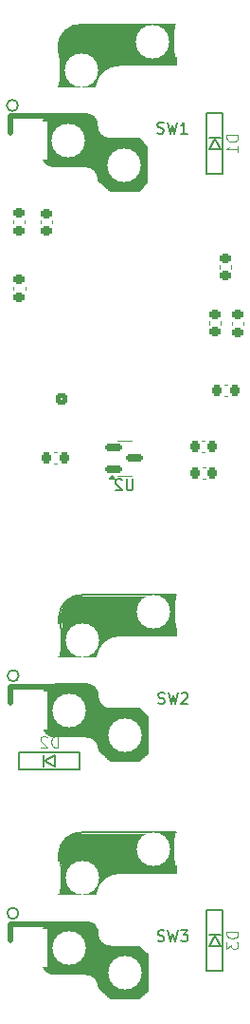
<source format=gbr>
%TF.GenerationSoftware,KiCad,Pcbnew,8.0.6*%
%TF.CreationDate,2025-11-06T23:07:29+09:00*%
%TF.ProjectId,tstick,74737469-636b-42e6-9b69-6361645f7063,rev?*%
%TF.SameCoordinates,Original*%
%TF.FileFunction,Legend,Bot*%
%TF.FilePolarity,Positive*%
%FSLAX46Y46*%
G04 Gerber Fmt 4.6, Leading zero omitted, Abs format (unit mm)*
G04 Created by KiCad (PCBNEW 8.0.6) date 2025-11-06 23:07:29*
%MOMM*%
%LPD*%
G01*
G04 APERTURE LIST*
G04 Aperture macros list*
%AMRoundRect*
0 Rectangle with rounded corners*
0 $1 Rounding radius*
0 $2 $3 $4 $5 $6 $7 $8 $9 X,Y pos of 4 corners*
0 Add a 4 corners polygon primitive as box body*
4,1,4,$2,$3,$4,$5,$6,$7,$8,$9,$2,$3,0*
0 Add four circle primitives for the rounded corners*
1,1,$1+$1,$2,$3*
1,1,$1+$1,$4,$5*
1,1,$1+$1,$6,$7*
1,1,$1+$1,$8,$9*
0 Add four rect primitives between the rounded corners*
20,1,$1+$1,$2,$3,$4,$5,0*
20,1,$1+$1,$4,$5,$6,$7,0*
20,1,$1+$1,$6,$7,$8,$9,0*
20,1,$1+$1,$8,$9,$2,$3,0*%
G04 Aperture macros list end*
%ADD10C,0.125000*%
%ADD11C,0.150000*%
%ADD12C,0.120000*%
%ADD13C,0.500000*%
%ADD14C,0.300000*%
%ADD15C,0.800000*%
%ADD16C,3.000000*%
%ADD17C,3.500000*%
%ADD18C,0.400000*%
%ADD19C,1.000000*%
%ADD20C,2.000000*%
%ADD21RoundRect,0.225000X-0.225000X-0.250000X0.225000X-0.250000X0.225000X0.250000X-0.225000X0.250000X0*%
%ADD22RoundRect,0.225000X0.250000X-0.225000X0.250000X0.225000X-0.250000X0.225000X-0.250000X-0.225000X0*%
%ADD23RoundRect,0.102000X-0.500000X-1.750000X0.500000X-1.750000X0.500000X1.750000X-0.500000X1.750000X0*%
%ADD24O,1.300000X1.000000*%
%ADD25R,3.200000X2.500000*%
%ADD26R,1.397000X1.397000*%
%ADD27R,0.950000X1.300000*%
%ADD28C,1.397000*%
%ADD29C,2.200000*%
%ADD30O,2.750000X1.800000*%
%ADD31C,1.500000*%
%ADD32C,1.700000*%
%ADD33C,3.000000*%
%ADD34C,4.800000*%
%ADD35C,1.000000*%
%ADD36R,3.000000X3.500000*%
%ADD37R,3.300000X3.000000*%
%ADD38RoundRect,0.150000X-0.587500X-0.150000X0.587500X-0.150000X0.587500X0.150000X-0.587500X0.150000X0*%
%ADD39R,1.300000X0.950000*%
%ADD40RoundRect,0.250000X0.300000X-0.300000X0.300000X0.300000X-0.300000X0.300000X-0.300000X-0.300000X0*%
%ADD41C,1.100000*%
G04 APERTURE END LIST*
D10*
X110086119Y-72261905D02*
X109086119Y-72261905D01*
X109086119Y-72261905D02*
X109086119Y-72500000D01*
X109086119Y-72500000D02*
X109133738Y-72642857D01*
X109133738Y-72642857D02*
X109228976Y-72738095D01*
X109228976Y-72738095D02*
X109324214Y-72785714D01*
X109324214Y-72785714D02*
X109514690Y-72833333D01*
X109514690Y-72833333D02*
X109657547Y-72833333D01*
X109657547Y-72833333D02*
X109848023Y-72785714D01*
X109848023Y-72785714D02*
X109943261Y-72738095D01*
X109943261Y-72738095D02*
X110038500Y-72642857D01*
X110038500Y-72642857D02*
X110086119Y-72500000D01*
X110086119Y-72500000D02*
X110086119Y-72261905D01*
X110086119Y-73785714D02*
X110086119Y-73214286D01*
X110086119Y-73500000D02*
X109086119Y-73500000D01*
X109086119Y-73500000D02*
X109228976Y-73404762D01*
X109228976Y-73404762D02*
X109324214Y-73309524D01*
X109324214Y-73309524D02*
X109371833Y-73214286D01*
D11*
X102930867Y-144057200D02*
X103073724Y-144104819D01*
X103073724Y-144104819D02*
X103311819Y-144104819D01*
X103311819Y-144104819D02*
X103407057Y-144057200D01*
X103407057Y-144057200D02*
X103454676Y-144009580D01*
X103454676Y-144009580D02*
X103502295Y-143914342D01*
X103502295Y-143914342D02*
X103502295Y-143819104D01*
X103502295Y-143819104D02*
X103454676Y-143723866D01*
X103454676Y-143723866D02*
X103407057Y-143676247D01*
X103407057Y-143676247D02*
X103311819Y-143628628D01*
X103311819Y-143628628D02*
X103121343Y-143581009D01*
X103121343Y-143581009D02*
X103026105Y-143533390D01*
X103026105Y-143533390D02*
X102978486Y-143485771D01*
X102978486Y-143485771D02*
X102930867Y-143390533D01*
X102930867Y-143390533D02*
X102930867Y-143295295D01*
X102930867Y-143295295D02*
X102978486Y-143200057D01*
X102978486Y-143200057D02*
X103026105Y-143152438D01*
X103026105Y-143152438D02*
X103121343Y-143104819D01*
X103121343Y-143104819D02*
X103359438Y-143104819D01*
X103359438Y-143104819D02*
X103502295Y-143152438D01*
X103835629Y-143104819D02*
X104073724Y-144104819D01*
X104073724Y-144104819D02*
X104264200Y-143390533D01*
X104264200Y-143390533D02*
X104454676Y-144104819D01*
X104454676Y-144104819D02*
X104692772Y-143104819D01*
X104978486Y-143104819D02*
X105597533Y-143104819D01*
X105597533Y-143104819D02*
X105264200Y-143485771D01*
X105264200Y-143485771D02*
X105407057Y-143485771D01*
X105407057Y-143485771D02*
X105502295Y-143533390D01*
X105502295Y-143533390D02*
X105549914Y-143581009D01*
X105549914Y-143581009D02*
X105597533Y-143676247D01*
X105597533Y-143676247D02*
X105597533Y-143914342D01*
X105597533Y-143914342D02*
X105549914Y-144009580D01*
X105549914Y-144009580D02*
X105502295Y-144057200D01*
X105502295Y-144057200D02*
X105407057Y-144104819D01*
X105407057Y-144104819D02*
X105121343Y-144104819D01*
X105121343Y-144104819D02*
X105026105Y-144057200D01*
X105026105Y-144057200D02*
X104978486Y-144009580D01*
X100699404Y-102904819D02*
X100699404Y-103714342D01*
X100699404Y-103714342D02*
X100651785Y-103809580D01*
X100651785Y-103809580D02*
X100604166Y-103857200D01*
X100604166Y-103857200D02*
X100508928Y-103904819D01*
X100508928Y-103904819D02*
X100318452Y-103904819D01*
X100318452Y-103904819D02*
X100223214Y-103857200D01*
X100223214Y-103857200D02*
X100175595Y-103809580D01*
X100175595Y-103809580D02*
X100127976Y-103714342D01*
X100127976Y-103714342D02*
X100127976Y-102904819D01*
X99699404Y-103000057D02*
X99651785Y-102952438D01*
X99651785Y-102952438D02*
X99556547Y-102904819D01*
X99556547Y-102904819D02*
X99318452Y-102904819D01*
X99318452Y-102904819D02*
X99223214Y-102952438D01*
X99223214Y-102952438D02*
X99175595Y-103000057D01*
X99175595Y-103000057D02*
X99127976Y-103095295D01*
X99127976Y-103095295D02*
X99127976Y-103190533D01*
X99127976Y-103190533D02*
X99175595Y-103333390D01*
X99175595Y-103333390D02*
X99747023Y-103904819D01*
X99747023Y-103904819D02*
X99127976Y-103904819D01*
D10*
X93963094Y-126826119D02*
X93963094Y-125826119D01*
X93963094Y-125826119D02*
X93724999Y-125826119D01*
X93724999Y-125826119D02*
X93582142Y-125873738D01*
X93582142Y-125873738D02*
X93486904Y-125968976D01*
X93486904Y-125968976D02*
X93439285Y-126064214D01*
X93439285Y-126064214D02*
X93391666Y-126254690D01*
X93391666Y-126254690D02*
X93391666Y-126397547D01*
X93391666Y-126397547D02*
X93439285Y-126588023D01*
X93439285Y-126588023D02*
X93486904Y-126683261D01*
X93486904Y-126683261D02*
X93582142Y-126778500D01*
X93582142Y-126778500D02*
X93724999Y-126826119D01*
X93724999Y-126826119D02*
X93963094Y-126826119D01*
X93010713Y-125921357D02*
X92963094Y-125873738D01*
X92963094Y-125873738D02*
X92867856Y-125826119D01*
X92867856Y-125826119D02*
X92629761Y-125826119D01*
X92629761Y-125826119D02*
X92534523Y-125873738D01*
X92534523Y-125873738D02*
X92486904Y-125921357D01*
X92486904Y-125921357D02*
X92439285Y-126016595D01*
X92439285Y-126016595D02*
X92439285Y-126111833D01*
X92439285Y-126111833D02*
X92486904Y-126254690D01*
X92486904Y-126254690D02*
X93058332Y-126826119D01*
X93058332Y-126826119D02*
X92439285Y-126826119D01*
D11*
X102952290Y-122888543D02*
X103095147Y-122936162D01*
X103095147Y-122936162D02*
X103333242Y-122936162D01*
X103333242Y-122936162D02*
X103428480Y-122888543D01*
X103428480Y-122888543D02*
X103476099Y-122840923D01*
X103476099Y-122840923D02*
X103523718Y-122745685D01*
X103523718Y-122745685D02*
X103523718Y-122650447D01*
X103523718Y-122650447D02*
X103476099Y-122555209D01*
X103476099Y-122555209D02*
X103428480Y-122507590D01*
X103428480Y-122507590D02*
X103333242Y-122459971D01*
X103333242Y-122459971D02*
X103142766Y-122412352D01*
X103142766Y-122412352D02*
X103047528Y-122364733D01*
X103047528Y-122364733D02*
X102999909Y-122317114D01*
X102999909Y-122317114D02*
X102952290Y-122221876D01*
X102952290Y-122221876D02*
X102952290Y-122126638D01*
X102952290Y-122126638D02*
X102999909Y-122031400D01*
X102999909Y-122031400D02*
X103047528Y-121983781D01*
X103047528Y-121983781D02*
X103142766Y-121936162D01*
X103142766Y-121936162D02*
X103380861Y-121936162D01*
X103380861Y-121936162D02*
X103523718Y-121983781D01*
X103857052Y-121936162D02*
X104095147Y-122936162D01*
X104095147Y-122936162D02*
X104285623Y-122221876D01*
X104285623Y-122221876D02*
X104476099Y-122936162D01*
X104476099Y-122936162D02*
X104714195Y-121936162D01*
X105047528Y-122031400D02*
X105095147Y-121983781D01*
X105095147Y-121983781D02*
X105190385Y-121936162D01*
X105190385Y-121936162D02*
X105428480Y-121936162D01*
X105428480Y-121936162D02*
X105523718Y-121983781D01*
X105523718Y-121983781D02*
X105571337Y-122031400D01*
X105571337Y-122031400D02*
X105618956Y-122126638D01*
X105618956Y-122126638D02*
X105618956Y-122221876D01*
X105618956Y-122221876D02*
X105571337Y-122364733D01*
X105571337Y-122364733D02*
X104999909Y-122936162D01*
X104999909Y-122936162D02*
X105618956Y-122936162D01*
D10*
X110086119Y-143261905D02*
X109086119Y-143261905D01*
X109086119Y-143261905D02*
X109086119Y-143500000D01*
X109086119Y-143500000D02*
X109133738Y-143642857D01*
X109133738Y-143642857D02*
X109228976Y-143738095D01*
X109228976Y-143738095D02*
X109324214Y-143785714D01*
X109324214Y-143785714D02*
X109514690Y-143833333D01*
X109514690Y-143833333D02*
X109657547Y-143833333D01*
X109657547Y-143833333D02*
X109848023Y-143785714D01*
X109848023Y-143785714D02*
X109943261Y-143738095D01*
X109943261Y-143738095D02*
X110038500Y-143642857D01*
X110038500Y-143642857D02*
X110086119Y-143500000D01*
X110086119Y-143500000D02*
X110086119Y-143261905D01*
X109086119Y-144166667D02*
X109086119Y-144785714D01*
X109086119Y-144785714D02*
X109467071Y-144452381D01*
X109467071Y-144452381D02*
X109467071Y-144595238D01*
X109467071Y-144595238D02*
X109514690Y-144690476D01*
X109514690Y-144690476D02*
X109562309Y-144738095D01*
X109562309Y-144738095D02*
X109657547Y-144785714D01*
X109657547Y-144785714D02*
X109895642Y-144785714D01*
X109895642Y-144785714D02*
X109990880Y-144738095D01*
X109990880Y-144738095D02*
X110038500Y-144690476D01*
X110038500Y-144690476D02*
X110086119Y-144595238D01*
X110086119Y-144595238D02*
X110086119Y-144309524D01*
X110086119Y-144309524D02*
X110038500Y-144214286D01*
X110038500Y-144214286D02*
X109990880Y-144166667D01*
D11*
X102886667Y-72057200D02*
X103029524Y-72104819D01*
X103029524Y-72104819D02*
X103267619Y-72104819D01*
X103267619Y-72104819D02*
X103362857Y-72057200D01*
X103362857Y-72057200D02*
X103410476Y-72009580D01*
X103410476Y-72009580D02*
X103458095Y-71914342D01*
X103458095Y-71914342D02*
X103458095Y-71819104D01*
X103458095Y-71819104D02*
X103410476Y-71723866D01*
X103410476Y-71723866D02*
X103362857Y-71676247D01*
X103362857Y-71676247D02*
X103267619Y-71628628D01*
X103267619Y-71628628D02*
X103077143Y-71581009D01*
X103077143Y-71581009D02*
X102981905Y-71533390D01*
X102981905Y-71533390D02*
X102934286Y-71485771D01*
X102934286Y-71485771D02*
X102886667Y-71390533D01*
X102886667Y-71390533D02*
X102886667Y-71295295D01*
X102886667Y-71295295D02*
X102934286Y-71200057D01*
X102934286Y-71200057D02*
X102981905Y-71152438D01*
X102981905Y-71152438D02*
X103077143Y-71104819D01*
X103077143Y-71104819D02*
X103315238Y-71104819D01*
X103315238Y-71104819D02*
X103458095Y-71152438D01*
X103791429Y-71104819D02*
X104029524Y-72104819D01*
X104029524Y-72104819D02*
X104220000Y-71390533D01*
X104220000Y-71390533D02*
X104410476Y-72104819D01*
X104410476Y-72104819D02*
X104648572Y-71104819D01*
X105553333Y-72104819D02*
X104981905Y-72104819D01*
X105267619Y-72104819D02*
X105267619Y-71104819D01*
X105267619Y-71104819D02*
X105172381Y-71247676D01*
X105172381Y-71247676D02*
X105077143Y-71342914D01*
X105077143Y-71342914D02*
X104981905Y-71390533D01*
D12*
%TO.C,C9*%
X107174880Y-102909600D02*
X106893720Y-102909600D01*
X107174880Y-101889600D02*
X106893720Y-101889600D01*
%TO.C,C7*%
X110553900Y-88888520D02*
X110553900Y-89169680D01*
X109533900Y-88888520D02*
X109533900Y-89169680D01*
%TO.C,C5*%
X93510000Y-79859420D02*
X93510000Y-80140580D01*
X92490000Y-79859420D02*
X92490000Y-80140580D01*
%TO.C,C8*%
X109140580Y-95510000D02*
X108859420Y-95510000D01*
X109140580Y-94490000D02*
X108859420Y-94490000D01*
%TO.C,R1*%
X90037600Y-85758220D02*
X90037600Y-86039380D01*
X91057600Y-85758220D02*
X91057600Y-86039380D01*
%TO.C,C2*%
X107140580Y-99490000D02*
X106859420Y-99490000D01*
X107140580Y-100510000D02*
X106859420Y-100510000D01*
%TO.C,C1*%
X93915580Y-101510000D02*
X93634420Y-101510000D01*
X93915580Y-100490000D02*
X93634420Y-100490000D01*
%TO.C,C6*%
X107490000Y-88859420D02*
X107490000Y-89140580D01*
X108510000Y-88859420D02*
X108510000Y-89140580D01*
%TO.C,C3*%
X109510000Y-83859420D02*
X109510000Y-84140580D01*
X108490000Y-83859420D02*
X108490000Y-84140580D01*
%TO.C,C4*%
X90976900Y-79845420D02*
X90976900Y-80126580D01*
X89956900Y-79845420D02*
X89956900Y-80126580D01*
D11*
%TO.C,D1*%
X107250000Y-70300000D02*
X107250000Y-75700000D01*
X107250000Y-75700000D02*
X108750000Y-75700000D01*
X107500000Y-73500000D02*
X108000000Y-72600000D01*
X108000000Y-72600000D02*
X108500000Y-73500000D01*
X108500000Y-72500000D02*
X107500000Y-72500000D01*
X108500000Y-73500000D02*
X107500000Y-73500000D01*
X108750000Y-70300000D02*
X107250000Y-70300000D01*
X108750000Y-75700000D02*
X108750000Y-70300000D01*
D13*
%TO.C,SW3*%
X89764200Y-142555000D02*
X94164200Y-142555000D01*
X89764200Y-144055000D02*
X89764200Y-142555000D01*
D11*
X92659200Y-146025000D02*
X92659200Y-143375000D01*
X92814200Y-142850000D02*
X92814200Y-146530000D01*
X92964200Y-142730000D02*
X92964200Y-146700000D01*
X93114200Y-142700000D02*
X93114200Y-146840000D01*
X93264200Y-142800000D02*
X93264200Y-146920000D01*
X93414200Y-142650000D02*
X93414200Y-146970000D01*
X93564200Y-142500000D02*
X93564200Y-147010000D01*
X93689200Y-142375000D02*
X96652996Y-142375000D01*
X93689200Y-147025000D02*
X96489200Y-147025000D01*
X93714200Y-142400000D02*
X93714200Y-147000000D01*
X93864200Y-142400000D02*
X93864200Y-147000000D01*
X94014200Y-142400000D02*
X94014200Y-147000000D01*
X94064200Y-137300000D02*
X94064200Y-136300000D01*
X94064200Y-139540000D02*
X94064200Y-139900000D01*
X94064200Y-139540000D02*
X94264200Y-139540000D01*
D14*
X94164200Y-136300000D02*
X94164200Y-137199999D01*
D11*
X94164200Y-142400000D02*
X94164200Y-147000000D01*
X94264200Y-137300000D02*
X94064200Y-137300000D01*
X94294200Y-139540000D02*
X94294200Y-137300000D01*
X94314200Y-142400000D02*
X94314200Y-147000000D01*
X94464200Y-142400000D02*
X94464200Y-147000000D01*
X94614200Y-142400000D02*
X94614200Y-147000000D01*
D15*
X94664200Y-137600001D02*
X94664200Y-139400000D01*
D11*
X94764200Y-142400000D02*
X94764200Y-147000000D01*
X94914200Y-142400000D02*
X94914200Y-147000000D01*
X95064200Y-142400000D02*
X95064200Y-147000000D01*
X95214200Y-142400000D02*
X95214200Y-147000000D01*
X95364200Y-142400000D02*
X95364200Y-147000000D01*
X95514200Y-142400000D02*
X95514200Y-147000000D01*
X95664200Y-142400000D02*
X95664200Y-147000000D01*
D16*
X95794200Y-138140000D02*
X95794200Y-135900000D01*
D11*
X95814200Y-142450000D02*
X95814200Y-147000000D01*
D17*
X95864200Y-136200000D02*
X102564200Y-136200000D01*
D11*
X95964200Y-142400000D02*
X95964200Y-147020000D01*
X96114200Y-142400000D02*
X96114200Y-147010000D01*
X96164199Y-134400000D02*
X104564200Y-134400000D01*
X96264200Y-142450000D02*
X96264200Y-147000000D01*
X96414200Y-142390000D02*
X96414200Y-147020000D01*
X96564200Y-142380000D02*
X96564200Y-147020000D01*
X96714200Y-142400000D02*
X96714200Y-147040000D01*
X96864200Y-142430000D02*
X96864200Y-147070000D01*
D13*
X96964200Y-139700000D02*
X94264200Y-139700000D01*
D11*
X97014200Y-142480000D02*
X97014200Y-147140000D01*
X97164200Y-142560000D02*
X97164200Y-147230000D01*
X97314200Y-142750000D02*
X97314200Y-147320000D01*
X97344200Y-139900000D02*
X94064200Y-139900000D01*
X97464200Y-142950000D02*
X97454200Y-147500000D01*
X97514200Y-143076887D02*
X97514200Y-143400000D01*
X97564200Y-143900000D02*
X97564200Y-147730000D01*
X97664200Y-144050000D02*
X97664200Y-148280000D01*
X97764200Y-144250000D02*
X97764200Y-148270000D01*
X97764200Y-144400000D02*
X97764200Y-148360000D01*
X97864200Y-144350000D02*
X97864200Y-148350000D01*
X97864200Y-144450000D02*
X97874200Y-148450000D01*
X98014200Y-144400000D02*
X98014200Y-148580000D01*
X98164200Y-144500000D02*
X98164200Y-148700000D01*
X98314200Y-144550000D02*
X98314200Y-148850000D01*
X98464200Y-144600000D02*
X98464200Y-148980000D01*
X98614200Y-144650000D02*
X98614200Y-149110000D01*
X98689200Y-144575000D02*
X101264200Y-144575000D01*
X98739200Y-149225000D02*
X97664200Y-148280000D01*
X98739200Y-149225000D02*
X101264200Y-149225000D01*
X98764200Y-144600000D02*
X98764200Y-149200000D01*
X98854200Y-144600000D02*
X98854200Y-149200000D01*
X98964200Y-144600000D02*
X98964200Y-149200000D01*
X99114200Y-144600000D02*
X99114200Y-149200000D01*
X99264200Y-144600000D02*
X99264200Y-149200000D01*
X99414200Y-144600000D02*
X99414200Y-149200000D01*
X99564200Y-144600000D02*
X99564200Y-149200000D01*
X99714200Y-144600000D02*
X99714200Y-149200000D01*
X99864200Y-144600000D02*
X99864200Y-149200000D01*
X100014200Y-144600000D02*
X100014200Y-149200000D01*
X100164200Y-144600000D02*
X100164200Y-149200000D01*
X100314200Y-144600000D02*
X100314200Y-149200000D01*
X100464200Y-144600000D02*
X100464200Y-149200000D01*
X100614200Y-144600000D02*
X100614200Y-149200000D01*
X100764200Y-144600000D02*
X100764200Y-149200000D01*
X100914200Y-144600000D02*
X100914200Y-149200000D01*
X101064200Y-144600000D02*
X101064200Y-149200000D01*
X101214200Y-144600000D02*
X101214200Y-149200000D01*
X101264200Y-144575000D02*
X102264200Y-145575000D01*
X101264200Y-149225000D02*
X102264200Y-148225000D01*
X101364200Y-144700000D02*
X101364200Y-149090000D01*
X101514200Y-144830000D02*
X101514200Y-148950000D01*
X101664200Y-144990000D02*
X101664200Y-148820000D01*
X101814200Y-145130000D02*
X101814200Y-148660000D01*
X101914200Y-145230000D02*
X101914200Y-148560000D01*
X102014200Y-145330000D02*
X102014200Y-148450000D01*
X102114200Y-145440000D02*
X102114200Y-148370000D01*
X102264200Y-148225000D02*
X102264200Y-145575000D01*
D13*
X102864200Y-137700000D02*
X104264200Y-137700000D01*
D18*
X102964200Y-134600000D02*
X104364200Y-134600000D01*
D19*
X103864200Y-137500000D02*
X103864200Y-135000000D01*
D11*
X104344200Y-134750000D02*
X104344200Y-137000000D01*
X104364200Y-137000000D02*
X104564200Y-137000000D01*
D18*
X104364200Y-137800000D02*
X104364200Y-137100000D01*
D11*
X104564200Y-134400000D02*
X104564200Y-134750000D01*
X104564200Y-134750000D02*
X104364200Y-134750000D01*
X104564200Y-137000000D02*
X104564200Y-138000000D01*
X104564200Y-138000000D02*
X99564200Y-138000000D01*
X92659200Y-143375000D02*
G75*
G02*
X93659200Y-142375000I999999J1D01*
G01*
X93659200Y-147025000D02*
G75*
G02*
X92659200Y-146025000I-1J999999D01*
G01*
X94064200Y-136300001D02*
G75*
G02*
X96164199Y-134399999I1999999J-99997D01*
G01*
X96489200Y-147025000D02*
G75*
G02*
X97664200Y-148200000I-2J-1175002D01*
G01*
X96652996Y-142375000D02*
G75*
G02*
X97514200Y-143076887I-38794J-926885D01*
G01*
D19*
X96947882Y-139478529D02*
G75*
G02*
X99164200Y-137600000I2151317J-291470D01*
G01*
D11*
X97347882Y-139878529D02*
G75*
G02*
X99564200Y-138000000I2151317J-291470D01*
G01*
X98689200Y-144575000D02*
G75*
G02*
X97514200Y-143400000I2J1175002D01*
G01*
X90464200Y-141600000D02*
G75*
G02*
X89464200Y-141600000I-500000J0D01*
G01*
X89464200Y-141600000D02*
G75*
G02*
X90464200Y-141600000I500000J0D01*
G01*
D12*
%TO.C,U2*%
X99287500Y-102610000D02*
X99937500Y-102610000D01*
X100587500Y-102610000D02*
X99937500Y-102610000D01*
X99287500Y-99490000D02*
X99937500Y-99490000D01*
X100587500Y-99490000D02*
X99937500Y-99490000D01*
X99015000Y-102890000D02*
X98535000Y-102890000D01*
X98775000Y-102560000D01*
X99015000Y-102890000D01*
G36*
X99015000Y-102890000D02*
G01*
X98535000Y-102890000D01*
X98775000Y-102560000D01*
X99015000Y-102890000D01*
G37*
D11*
%TO.C,D2*%
X90525000Y-127250000D02*
X90525000Y-128750000D01*
X90525000Y-128750000D02*
X95925000Y-128750000D01*
X92725000Y-127500000D02*
X92725000Y-128500000D01*
X92825000Y-128000000D02*
X93725000Y-127500000D01*
X93725000Y-127500000D02*
X93725000Y-128500000D01*
X93725000Y-128500000D02*
X92825000Y-128000000D01*
X95925000Y-127250000D02*
X90525000Y-127250000D01*
X95925000Y-128750000D02*
X95925000Y-127250000D01*
D13*
%TO.C,SW2*%
X89785623Y-121386343D02*
X94185623Y-121386343D01*
X89785623Y-122886343D02*
X89785623Y-121386343D01*
D11*
X92680623Y-124856343D02*
X92680623Y-122206343D01*
X92835623Y-121681343D02*
X92835623Y-125361343D01*
X92985623Y-121561343D02*
X92985623Y-125531343D01*
X93135623Y-121531343D02*
X93135623Y-125671343D01*
X93285623Y-121631343D02*
X93285623Y-125751343D01*
X93435623Y-121481343D02*
X93435623Y-125801343D01*
X93585623Y-121331343D02*
X93585623Y-125841343D01*
X93710623Y-121206343D02*
X96674419Y-121206343D01*
X93710623Y-125856343D02*
X96510623Y-125856343D01*
X93735623Y-121231343D02*
X93735623Y-125831343D01*
X93885623Y-121231343D02*
X93885623Y-125831343D01*
X94035623Y-121231343D02*
X94035623Y-125831343D01*
X94085623Y-116131343D02*
X94085623Y-115131343D01*
X94085623Y-118371343D02*
X94085623Y-118731343D01*
X94085623Y-118371343D02*
X94285623Y-118371343D01*
D14*
X94185623Y-115131343D02*
X94185623Y-116031342D01*
D11*
X94185623Y-121231343D02*
X94185623Y-125831343D01*
X94285623Y-116131343D02*
X94085623Y-116131343D01*
X94315623Y-118371343D02*
X94315623Y-116131343D01*
X94335623Y-121231343D02*
X94335623Y-125831343D01*
X94485623Y-121231343D02*
X94485623Y-125831343D01*
X94635623Y-121231343D02*
X94635623Y-125831343D01*
D15*
X94685623Y-116431344D02*
X94685623Y-118231343D01*
D11*
X94785623Y-121231343D02*
X94785623Y-125831343D01*
X94935623Y-121231343D02*
X94935623Y-125831343D01*
X95085623Y-121231343D02*
X95085623Y-125831343D01*
X95235623Y-121231343D02*
X95235623Y-125831343D01*
X95385623Y-121231343D02*
X95385623Y-125831343D01*
X95535623Y-121231343D02*
X95535623Y-125831343D01*
X95685623Y-121231343D02*
X95685623Y-125831343D01*
D16*
X95815623Y-116971343D02*
X95815623Y-114731343D01*
D11*
X95835623Y-121281343D02*
X95835623Y-125831343D01*
D17*
X95885623Y-115031343D02*
X102585623Y-115031343D01*
D11*
X95985623Y-121231343D02*
X95985623Y-125851343D01*
X96135623Y-121231343D02*
X96135623Y-125841343D01*
X96185622Y-113231343D02*
X104585623Y-113231343D01*
X96285623Y-121281343D02*
X96285623Y-125831343D01*
X96435623Y-121221343D02*
X96435623Y-125851343D01*
X96585623Y-121211343D02*
X96585623Y-125851343D01*
X96735623Y-121231343D02*
X96735623Y-125871343D01*
X96885623Y-121261343D02*
X96885623Y-125901343D01*
D13*
X96985623Y-118531343D02*
X94285623Y-118531343D01*
D11*
X97035623Y-121311343D02*
X97035623Y-125971343D01*
X97185623Y-121391343D02*
X97185623Y-126061343D01*
X97335623Y-121581343D02*
X97335623Y-126151343D01*
X97365623Y-118731343D02*
X94085623Y-118731343D01*
X97485623Y-121781343D02*
X97475623Y-126331343D01*
X97535623Y-121908230D02*
X97535623Y-122231343D01*
X97585623Y-122731343D02*
X97585623Y-126561343D01*
X97685623Y-122881343D02*
X97685623Y-127111343D01*
X97785623Y-123081343D02*
X97785623Y-127101343D01*
X97785623Y-123231343D02*
X97785623Y-127191343D01*
X97885623Y-123181343D02*
X97885623Y-127181343D01*
X97885623Y-123281343D02*
X97895623Y-127281343D01*
X98035623Y-123231343D02*
X98035623Y-127411343D01*
X98185623Y-123331343D02*
X98185623Y-127531343D01*
X98335623Y-123381343D02*
X98335623Y-127681343D01*
X98485623Y-123431343D02*
X98485623Y-127811343D01*
X98635623Y-123481343D02*
X98635623Y-127941343D01*
X98710623Y-123406343D02*
X101285623Y-123406343D01*
X98760623Y-128056343D02*
X97685623Y-127111343D01*
X98760623Y-128056343D02*
X101285623Y-128056343D01*
X98785623Y-123431343D02*
X98785623Y-128031343D01*
X98875623Y-123431343D02*
X98875623Y-128031343D01*
X98985623Y-123431343D02*
X98985623Y-128031343D01*
X99135623Y-123431343D02*
X99135623Y-128031343D01*
X99285623Y-123431343D02*
X99285623Y-128031343D01*
X99435623Y-123431343D02*
X99435623Y-128031343D01*
X99585623Y-123431343D02*
X99585623Y-128031343D01*
X99735623Y-123431343D02*
X99735623Y-128031343D01*
X99885623Y-123431343D02*
X99885623Y-128031343D01*
X100035623Y-123431343D02*
X100035623Y-128031343D01*
X100185623Y-123431343D02*
X100185623Y-128031343D01*
X100335623Y-123431343D02*
X100335623Y-128031343D01*
X100485623Y-123431343D02*
X100485623Y-128031343D01*
X100635623Y-123431343D02*
X100635623Y-128031343D01*
X100785623Y-123431343D02*
X100785623Y-128031343D01*
X100935623Y-123431343D02*
X100935623Y-128031343D01*
X101085623Y-123431343D02*
X101085623Y-128031343D01*
X101235623Y-123431343D02*
X101235623Y-128031343D01*
X101285623Y-123406343D02*
X102285623Y-124406343D01*
X101285623Y-128056343D02*
X102285623Y-127056343D01*
X101385623Y-123531343D02*
X101385623Y-127921343D01*
X101535623Y-123661343D02*
X101535623Y-127781343D01*
X101685623Y-123821343D02*
X101685623Y-127651343D01*
X101835623Y-123961343D02*
X101835623Y-127491343D01*
X101935623Y-124061343D02*
X101935623Y-127391343D01*
X102035623Y-124161343D02*
X102035623Y-127281343D01*
X102135623Y-124271343D02*
X102135623Y-127201343D01*
X102285623Y-127056343D02*
X102285623Y-124406343D01*
D13*
X102885623Y-116531343D02*
X104285623Y-116531343D01*
D18*
X102985623Y-113431343D02*
X104385623Y-113431343D01*
D19*
X103885623Y-116331343D02*
X103885623Y-113831343D01*
D11*
X104365623Y-113581343D02*
X104365623Y-115831343D01*
X104385623Y-115831343D02*
X104585623Y-115831343D01*
D18*
X104385623Y-116631343D02*
X104385623Y-115931343D01*
D11*
X104585623Y-113231343D02*
X104585623Y-113581343D01*
X104585623Y-113581343D02*
X104385623Y-113581343D01*
X104585623Y-115831343D02*
X104585623Y-116831343D01*
X104585623Y-116831343D02*
X99585623Y-116831343D01*
X92680623Y-122206343D02*
G75*
G02*
X93680623Y-121206343I999999J1D01*
G01*
X93680623Y-125856343D02*
G75*
G02*
X92680623Y-124856343I-1J999999D01*
G01*
X94085623Y-115131344D02*
G75*
G02*
X96185622Y-113231342I1999999J-99997D01*
G01*
X96510623Y-125856343D02*
G75*
G02*
X97685623Y-127031343I-2J-1175002D01*
G01*
X96674419Y-121206343D02*
G75*
G02*
X97535623Y-121908230I-38794J-926885D01*
G01*
D19*
X96969305Y-118309872D02*
G75*
G02*
X99185623Y-116431343I2151317J-291470D01*
G01*
D11*
X97369305Y-118709872D02*
G75*
G02*
X99585623Y-116831343I2151317J-291470D01*
G01*
X98710623Y-123406343D02*
G75*
G02*
X97535623Y-122231343I2J1175002D01*
G01*
X90485623Y-120431343D02*
G75*
G02*
X89485623Y-120431343I-500000J0D01*
G01*
X89485623Y-120431343D02*
G75*
G02*
X90485623Y-120431343I500000J0D01*
G01*
%TO.C,D3*%
X107250000Y-141300000D02*
X107250000Y-146700000D01*
X107250000Y-146700000D02*
X108750000Y-146700000D01*
X107500000Y-144500000D02*
X108000000Y-143600000D01*
X108000000Y-143600000D02*
X108500000Y-144500000D01*
X108500000Y-143500000D02*
X107500000Y-143500000D01*
X108500000Y-144500000D02*
X107500000Y-144500000D01*
X108750000Y-141300000D02*
X107250000Y-141300000D01*
X108750000Y-146700000D02*
X108750000Y-141300000D01*
D13*
%TO.C,SW1*%
X89720000Y-70555000D02*
X94120000Y-70555000D01*
X89720000Y-72055000D02*
X89720000Y-70555000D01*
D11*
X92615000Y-74025000D02*
X92615000Y-71375000D01*
X92770000Y-70850000D02*
X92770000Y-74530000D01*
X92920000Y-70730000D02*
X92920000Y-74700000D01*
X93070000Y-70700000D02*
X93070000Y-74840000D01*
X93220000Y-70800000D02*
X93220000Y-74920000D01*
X93370000Y-70650000D02*
X93370000Y-74970000D01*
X93520000Y-70500000D02*
X93520000Y-75010000D01*
X93645000Y-70375000D02*
X96608796Y-70375000D01*
X93645000Y-75025000D02*
X96445000Y-75025000D01*
X93670000Y-70400000D02*
X93670000Y-75000000D01*
X93820000Y-70400000D02*
X93820000Y-75000000D01*
X93970000Y-70400000D02*
X93970000Y-75000000D01*
X94020000Y-65300000D02*
X94020000Y-64300000D01*
X94020000Y-67540000D02*
X94020000Y-67900000D01*
X94020000Y-67540000D02*
X94220000Y-67540000D01*
D14*
X94120000Y-64300000D02*
X94120000Y-65199999D01*
D11*
X94120000Y-70400000D02*
X94120000Y-75000000D01*
X94220000Y-65300000D02*
X94020000Y-65300000D01*
X94250000Y-67540000D02*
X94250000Y-65300000D01*
X94270000Y-70400000D02*
X94270000Y-75000000D01*
X94420000Y-70400000D02*
X94420000Y-75000000D01*
X94570000Y-70400000D02*
X94570000Y-75000000D01*
D15*
X94620000Y-65600001D02*
X94620000Y-67400000D01*
D11*
X94720000Y-70400000D02*
X94720000Y-75000000D01*
X94870000Y-70400000D02*
X94870000Y-75000000D01*
X95020000Y-70400000D02*
X95020000Y-75000000D01*
X95170000Y-70400000D02*
X95170000Y-75000000D01*
X95320000Y-70400000D02*
X95320000Y-75000000D01*
X95470000Y-70400000D02*
X95470000Y-75000000D01*
X95620000Y-70400000D02*
X95620000Y-75000000D01*
D16*
X95750000Y-66140000D02*
X95750000Y-63900000D01*
D11*
X95770000Y-70450000D02*
X95770000Y-75000000D01*
D17*
X95820000Y-64200000D02*
X102520000Y-64200000D01*
D11*
X95920000Y-70400000D02*
X95920000Y-75020000D01*
X96070000Y-70400000D02*
X96070000Y-75010000D01*
X96119999Y-62400000D02*
X104520000Y-62400000D01*
X96220000Y-70450000D02*
X96220000Y-75000000D01*
X96370000Y-70390000D02*
X96370000Y-75020000D01*
X96520000Y-70380000D02*
X96520000Y-75020000D01*
X96670000Y-70400000D02*
X96670000Y-75040000D01*
X96820000Y-70430000D02*
X96820000Y-75070000D01*
D13*
X96920000Y-67700000D02*
X94220000Y-67700000D01*
D11*
X96970000Y-70480000D02*
X96970000Y-75140000D01*
X97120000Y-70560000D02*
X97120000Y-75230000D01*
X97270000Y-70750000D02*
X97270000Y-75320000D01*
X97300000Y-67900000D02*
X94020000Y-67900000D01*
X97420000Y-70950000D02*
X97410000Y-75500000D01*
X97470000Y-71076887D02*
X97470000Y-71400000D01*
X97520000Y-71900000D02*
X97520000Y-75730000D01*
X97620000Y-72050000D02*
X97620000Y-76280000D01*
X97720000Y-72250000D02*
X97720000Y-76270000D01*
X97720000Y-72400000D02*
X97720000Y-76360000D01*
X97820000Y-72350000D02*
X97820000Y-76350000D01*
X97820000Y-72450000D02*
X97830000Y-76450000D01*
X97970000Y-72400000D02*
X97970000Y-76580000D01*
X98120000Y-72500000D02*
X98120000Y-76700000D01*
X98270000Y-72550000D02*
X98270000Y-76850000D01*
X98420000Y-72600000D02*
X98420000Y-76980000D01*
X98570000Y-72650000D02*
X98570000Y-77110000D01*
X98645000Y-72575000D02*
X101220000Y-72575000D01*
X98695000Y-77225000D02*
X97620000Y-76280000D01*
X98695000Y-77225000D02*
X101220000Y-77225000D01*
X98720000Y-72600000D02*
X98720000Y-77200000D01*
X98810000Y-72600000D02*
X98810000Y-77200000D01*
X98920000Y-72600000D02*
X98920000Y-77200000D01*
X99070000Y-72600000D02*
X99070000Y-77200000D01*
X99220000Y-72600000D02*
X99220000Y-77200000D01*
X99370000Y-72600000D02*
X99370000Y-77200000D01*
X99520000Y-72600000D02*
X99520000Y-77200000D01*
X99670000Y-72600000D02*
X99670000Y-77200000D01*
X99820000Y-72600000D02*
X99820000Y-77200000D01*
X99970000Y-72600000D02*
X99970000Y-77200000D01*
X100120000Y-72600000D02*
X100120000Y-77200000D01*
X100270000Y-72600000D02*
X100270000Y-77200000D01*
X100420000Y-72600000D02*
X100420000Y-77200000D01*
X100570000Y-72600000D02*
X100570000Y-77200000D01*
X100720000Y-72600000D02*
X100720000Y-77200000D01*
X100870000Y-72600000D02*
X100870000Y-77200000D01*
X101020000Y-72600000D02*
X101020000Y-77200000D01*
X101170000Y-72600000D02*
X101170000Y-77200000D01*
X101220000Y-72575000D02*
X102220000Y-73575000D01*
X101220000Y-77225000D02*
X102220000Y-76225000D01*
X101320000Y-72700000D02*
X101320000Y-77090000D01*
X101470000Y-72830000D02*
X101470000Y-76950000D01*
X101620000Y-72990000D02*
X101620000Y-76820000D01*
X101770000Y-73130000D02*
X101770000Y-76660000D01*
X101870000Y-73230000D02*
X101870000Y-76560000D01*
X101970000Y-73330000D02*
X101970000Y-76450000D01*
X102070000Y-73440000D02*
X102070000Y-76370000D01*
X102220000Y-76225000D02*
X102220000Y-73575000D01*
D13*
X102820000Y-65700000D02*
X104220000Y-65700000D01*
D18*
X102920000Y-62600000D02*
X104320000Y-62600000D01*
D19*
X103820000Y-65500000D02*
X103820000Y-63000000D01*
D11*
X104300000Y-62750000D02*
X104300000Y-65000000D01*
X104320000Y-65000000D02*
X104520000Y-65000000D01*
D18*
X104320000Y-65800000D02*
X104320000Y-65100000D01*
D11*
X104520000Y-62400000D02*
X104520000Y-62750000D01*
X104520000Y-62750000D02*
X104320000Y-62750000D01*
X104520000Y-65000000D02*
X104520000Y-66000000D01*
X104520000Y-66000000D02*
X99520000Y-66000000D01*
X92615000Y-71375000D02*
G75*
G02*
X93615000Y-70375000I999999J1D01*
G01*
X93615000Y-75025000D02*
G75*
G02*
X92615000Y-74025000I-1J999999D01*
G01*
X94020000Y-64300001D02*
G75*
G02*
X96119999Y-62399999I1999999J-99997D01*
G01*
X96445000Y-75025000D02*
G75*
G02*
X97620000Y-76200000I-2J-1175002D01*
G01*
X96608796Y-70375000D02*
G75*
G02*
X97470000Y-71076887I-38794J-926885D01*
G01*
D19*
X96903682Y-67478529D02*
G75*
G02*
X99120000Y-65600000I2151317J-291470D01*
G01*
D11*
X97303682Y-67878529D02*
G75*
G02*
X99520000Y-66000000I2151317J-291470D01*
G01*
X98645000Y-72575000D02*
G75*
G02*
X97470000Y-71400000I2J1175002D01*
G01*
X90420000Y-69600000D02*
G75*
G02*
X89420000Y-69600000I-500000J0D01*
G01*
X89420000Y-69600000D02*
G75*
G02*
X90420000Y-69600000I500000J0D01*
G01*
%TD*%
D20*
%TO.C,SW3*%
X94884200Y-141000000D03*
X105044200Y-141000000D03*
%TD*%
%TO.C,SW2*%
X94905623Y-119831343D03*
X105065623Y-119831343D03*
%TD*%
%TO.C,SW1*%
X94840000Y-69000000D03*
X105000000Y-69000000D03*
%TD*%
%LPC*%
D21*
%TO.C,C9*%
X106259300Y-102399600D03*
X107809300Y-102399600D03*
%TD*%
D22*
%TO.C,C7*%
X110043900Y-89804100D03*
X110043900Y-88254100D03*
%TD*%
%TO.C,C5*%
X93000000Y-80775000D03*
X93000000Y-79225000D03*
%TD*%
D21*
%TO.C,C8*%
X108225000Y-95000000D03*
X109775000Y-95000000D03*
%TD*%
D22*
%TO.C,R1*%
X90547600Y-85123800D03*
X90547600Y-86673800D03*
%TD*%
D21*
%TO.C,C2*%
X107775000Y-100000000D03*
X106225000Y-100000000D03*
%TD*%
%TO.C,C1*%
X93000000Y-101000000D03*
X94550000Y-101000000D03*
%TD*%
D22*
%TO.C,C6*%
X108000000Y-88225000D03*
X108000000Y-89775000D03*
%TD*%
%TO.C,C3*%
X109000000Y-84775000D03*
X109000000Y-83225000D03*
%TD*%
%TO.C,C4*%
X90466900Y-80761000D03*
X90466900Y-79211000D03*
%TD*%
D23*
%TO.C,BT1*%
X99000000Y-51000000D03*
X101000000Y-51000000D03*
%TD*%
D24*
%TO.C,SW21*%
X101641563Y-167927176D03*
X99141563Y-167927176D03*
X96641563Y-167927176D03*
%TD*%
D20*
%TO.C,SW4*%
X92500000Y-155500000D03*
X92500000Y-160500000D03*
X92500000Y-158000000D03*
D25*
X100000000Y-152400000D03*
X100000000Y-163600000D03*
D20*
X107000000Y-160500000D03*
X107000000Y-155500000D03*
%TD*%
D26*
%TO.C,D1*%
X108000000Y-69190000D03*
D27*
X108000000Y-71225000D03*
X108000000Y-74775000D03*
D28*
X108000000Y-76810000D03*
%TD*%
D29*
%TO.C,Ref\u002A\u002A*%
X88645844Y-37775358D03*
%TD*%
D30*
%TO.C,U1*%
X91589400Y-39434700D03*
X91589400Y-41974700D03*
X91589400Y-44514700D03*
X91589400Y-47054700D03*
X91589400Y-49594700D03*
X91589400Y-52134700D03*
X91589400Y-54674700D03*
X107829400Y-54674700D03*
X107829400Y-52134700D03*
X107829400Y-49594700D03*
X107829400Y-47054700D03*
X107829400Y-44514700D03*
X107829400Y-41974700D03*
X107829400Y-39434700D03*
D31*
X103544800Y-56366700D03*
X105424400Y-56366700D03*
X95264400Y-46737700D03*
X95264400Y-44832700D03*
%TD*%
D32*
%TO.C,SW3*%
X94464200Y-141000000D03*
D20*
X94884200Y-141000000D03*
D33*
X94964200Y-144700000D03*
X96154200Y-138460000D03*
D34*
X99964200Y-141000000D03*
D33*
X99964200Y-146900000D03*
X102504200Y-135920000D03*
D35*
X104964200Y-135450000D03*
D20*
X105044200Y-141000000D03*
D32*
X105464200Y-141000000D03*
D36*
X91614200Y-144700000D03*
D37*
X92514200Y-138420000D03*
D36*
X103514200Y-146900000D03*
D37*
X106114200Y-135880000D03*
%TD*%
D38*
%TO.C,U2*%
X99000000Y-102000000D03*
X99000000Y-100100000D03*
X100875000Y-101050000D03*
%TD*%
D29*
%TO.C,Ref\u002A\u002A*%
X89765600Y-168156779D03*
%TD*%
D26*
%TO.C,D2*%
X89415000Y-128000000D03*
D39*
X91450000Y-128000000D03*
X95000000Y-128000000D03*
D28*
X97035000Y-128000000D03*
%TD*%
D32*
%TO.C,SW2*%
X94485623Y-119831343D03*
D20*
X94905623Y-119831343D03*
D33*
X94985623Y-123531343D03*
X96175623Y-117291343D03*
D34*
X99985623Y-119831343D03*
D33*
X99985623Y-125731343D03*
X102525623Y-114751343D03*
D35*
X104985623Y-114281343D03*
D20*
X105065623Y-119831343D03*
D32*
X105485623Y-119831343D03*
D36*
X91635623Y-123531343D03*
D37*
X92535623Y-117251343D03*
D36*
X103535623Y-125731343D03*
D37*
X106135623Y-114711343D03*
%TD*%
D29*
%TO.C,Ref\u002A\u002A*%
X110400604Y-37675327D03*
%TD*%
D26*
%TO.C,D3*%
X108000000Y-140190000D03*
D27*
X108000000Y-142225000D03*
X108000000Y-145775000D03*
D28*
X108000000Y-147810000D03*
%TD*%
D32*
%TO.C,SW1*%
X94420000Y-69000000D03*
D20*
X94840000Y-69000000D03*
D33*
X94920000Y-72700000D03*
X96110000Y-66460000D03*
D34*
X99920000Y-69000000D03*
D33*
X99920000Y-74900000D03*
X102460000Y-63920000D03*
D35*
X104920000Y-63450000D03*
D20*
X105000000Y-69000000D03*
D32*
X105420000Y-69000000D03*
D36*
X91570000Y-72700000D03*
D37*
X92470000Y-66420000D03*
D36*
X103470000Y-74900000D03*
D37*
X106070000Y-63880000D03*
%TD*%
D29*
%TO.C,Ref\u002A\u002A*%
X109337922Y-168391178D03*
%TD*%
D40*
%TO.C,pmw3610*%
X94300000Y-95790000D03*
D41*
X94300000Y-94010000D03*
X94300000Y-92230000D03*
X94300000Y-90450000D03*
X94300000Y-88670000D03*
X94300000Y-86890000D03*
X94300000Y-85110000D03*
X94300000Y-83330000D03*
X105000000Y-82440000D03*
X105000000Y-84220000D03*
X105000000Y-86000000D03*
X105000000Y-87780000D03*
X105000000Y-89560000D03*
X105000000Y-91340000D03*
X105000000Y-93120000D03*
X105000000Y-94900000D03*
%TD*%
%LPD*%
M02*

</source>
